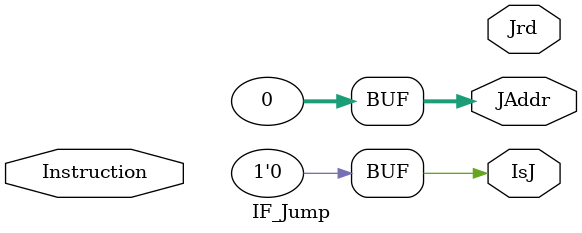
<source format=v>
`timescale 1ns / 1ps

module IF_Jump(
    input[31:0] Instruction,
    output reg IsJ,
    output reg[4:0] Jrd,
    output reg[31:0] JAddr
    );
    initial begin
        IsJ<=0;
        JAddr<=0;
    end
    always@(Instruction)begin
        
    end
    
endmodule

</source>
